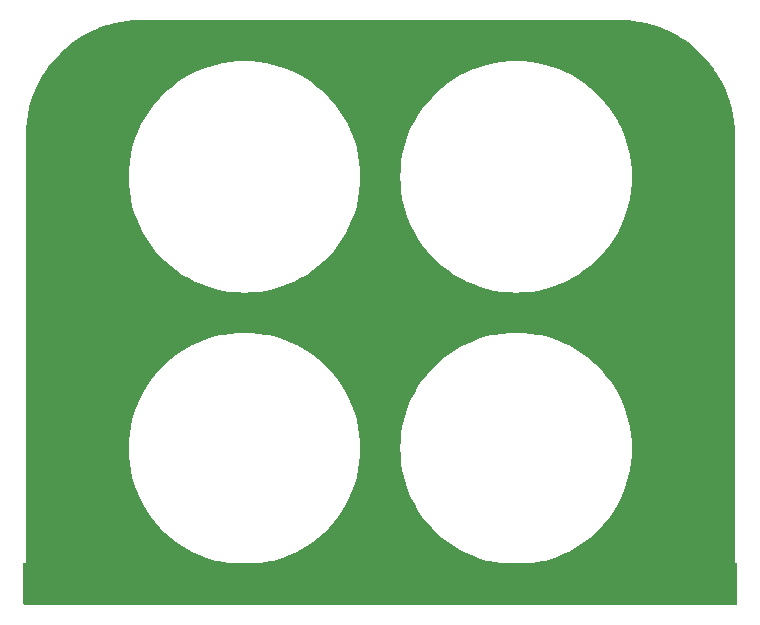
<source format=gbr>
%TF.GenerationSoftware,KiCad,Pcbnew,6.0.4-6f826c9f35~116~ubuntu20.04.1*%
%TF.CreationDate,2022-07-25T09:59:28+00:00*%
%TF.ProjectId,4XLTO1865V02A,34584c54-4f31-4383-9635-563032412e6b,rev?*%
%TF.SameCoordinates,Original*%
%TF.FileFunction,Copper,L2,Bot*%
%TF.FilePolarity,Positive*%
%FSLAX46Y46*%
G04 Gerber Fmt 4.6, Leading zero omitted, Abs format (unit mm)*
G04 Created by KiCad (PCBNEW 6.0.4-6f826c9f35~116~ubuntu20.04.1) date 2022-07-25 09:59:28*
%MOMM*%
%LPD*%
G01*
G04 APERTURE LIST*
%TA.AperFunction,ComponentPad*%
%ADD10R,1.524000X1.524000*%
%TD*%
%TA.AperFunction,ViaPad*%
%ADD11C,0.900000*%
%TD*%
G04 APERTURE END LIST*
D10*
%TO.P,J2,1*%
%TO.N,GND*%
X9810000Y4500000D03*
%TO.P,J2,2*%
X7270000Y4500000D03*
%TO.P,J2,3*%
X4730000Y4500000D03*
%TO.P,J2,4*%
X2190000Y4500000D03*
%TD*%
%TO.P,J3,1*%
%TO.N,GND*%
X58770000Y4500000D03*
%TO.P,J3,2*%
X56230000Y4500000D03*
%TO.P,J3,3*%
X53690000Y4500000D03*
%TO.P,J3,4*%
X51150000Y4500000D03*
%TD*%
D11*
%TO.N,GND*%
X55626000Y1778000D03*
X6604000Y1778000D03*
X59436000Y1778000D03*
X2794000Y1778000D03*
X10414000Y1778000D03*
X50546000Y1778000D03*
X56896000Y1778000D03*
X7874000Y1778000D03*
X9144000Y1778000D03*
X54356000Y1778000D03*
X4064000Y1778000D03*
X58166000Y1778000D03*
X5334000Y1778000D03*
X1524000Y1778000D03*
X53086000Y1778000D03*
X51816000Y1778000D03*
%TD*%
%TA.AperFunction,Conductor*%
%TO.N,GND*%
G36*
X920001Y3693331D02*
G01*
X920371Y3686510D01*
X925895Y3635648D01*
X929521Y3620396D01*
X974676Y3499946D01*
X983214Y3484351D01*
X1059715Y3382276D01*
X1072276Y3369715D01*
X1174351Y3293214D01*
X1189946Y3284676D01*
X1310394Y3239522D01*
X1325649Y3235895D01*
X1376514Y3230369D01*
X1383328Y3230000D01*
X1917885Y3230000D01*
X1933124Y3234475D01*
X1934329Y3235865D01*
X1936000Y3243548D01*
X1936000Y3810000D01*
X2444000Y3810000D01*
X2444000Y3248116D01*
X2448475Y3232877D01*
X2449865Y3231672D01*
X2457548Y3230001D01*
X2996669Y3230001D01*
X3003490Y3230371D01*
X3054352Y3235895D01*
X3069604Y3239521D01*
X3190054Y3284676D01*
X3205649Y3293214D01*
X3307724Y3369715D01*
X3320284Y3382275D01*
X3359173Y3434165D01*
X3416032Y3476681D01*
X3486851Y3481707D01*
X3549144Y3447647D01*
X3560827Y3434165D01*
X3599716Y3382275D01*
X3612276Y3369715D01*
X3714351Y3293214D01*
X3729946Y3284676D01*
X3850394Y3239522D01*
X3865649Y3235895D01*
X3916514Y3230369D01*
X3923328Y3230000D01*
X4457885Y3230000D01*
X4473124Y3234475D01*
X4474329Y3235865D01*
X4476000Y3243548D01*
X4476000Y3810000D01*
X4984000Y3810000D01*
X4984000Y3248116D01*
X4988475Y3232877D01*
X4989865Y3231672D01*
X4997548Y3230001D01*
X5536669Y3230001D01*
X5543490Y3230371D01*
X5594352Y3235895D01*
X5609604Y3239521D01*
X5730054Y3284676D01*
X5745649Y3293214D01*
X5847724Y3369715D01*
X5860284Y3382275D01*
X5899173Y3434165D01*
X5956032Y3476681D01*
X6026851Y3481707D01*
X6089144Y3447647D01*
X6100827Y3434165D01*
X6139716Y3382275D01*
X6152276Y3369715D01*
X6254351Y3293214D01*
X6269946Y3284676D01*
X6390394Y3239522D01*
X6405649Y3235895D01*
X6456514Y3230369D01*
X6463328Y3230000D01*
X6997885Y3230000D01*
X7013124Y3234475D01*
X7014329Y3235865D01*
X7016000Y3243548D01*
X7016000Y3810000D01*
X7524000Y3810000D01*
X7524000Y3248116D01*
X7528475Y3232877D01*
X7529865Y3231672D01*
X7537548Y3230001D01*
X8076669Y3230001D01*
X8083490Y3230371D01*
X8134352Y3235895D01*
X8149604Y3239521D01*
X8270054Y3284676D01*
X8285649Y3293214D01*
X8387724Y3369715D01*
X8400284Y3382275D01*
X8439173Y3434165D01*
X8496032Y3476681D01*
X8566851Y3481707D01*
X8629144Y3447647D01*
X8640827Y3434165D01*
X8679716Y3382275D01*
X8692276Y3369715D01*
X8794351Y3293214D01*
X8809946Y3284676D01*
X8930394Y3239522D01*
X8945649Y3235895D01*
X8996514Y3230369D01*
X9003328Y3230000D01*
X9537885Y3230000D01*
X9553124Y3234475D01*
X9554329Y3235865D01*
X9556000Y3243548D01*
X9556000Y3810000D01*
X10064000Y3810000D01*
X10064000Y3248116D01*
X10068475Y3232877D01*
X10069865Y3231672D01*
X10077548Y3230001D01*
X10616669Y3230001D01*
X10623490Y3230371D01*
X10674352Y3235895D01*
X10689604Y3239521D01*
X10810054Y3284676D01*
X10825649Y3293214D01*
X10927724Y3369715D01*
X10940285Y3382276D01*
X11016786Y3484351D01*
X11025324Y3499946D01*
X11070478Y3620394D01*
X11074105Y3635649D01*
X11079631Y3686514D01*
X11080000Y3693328D01*
X11080000Y3810000D01*
X49880001Y3810000D01*
X49880001Y3693331D01*
X49880371Y3686510D01*
X49885895Y3635648D01*
X49889521Y3620396D01*
X49934676Y3499946D01*
X49943214Y3484351D01*
X50019715Y3382276D01*
X50032276Y3369715D01*
X50134351Y3293214D01*
X50149946Y3284676D01*
X50270394Y3239522D01*
X50285649Y3235895D01*
X50336514Y3230369D01*
X50343328Y3230000D01*
X50877885Y3230000D01*
X50893124Y3234475D01*
X50894329Y3235865D01*
X50896000Y3243548D01*
X50896000Y3810000D01*
X51404000Y3810000D01*
X51404000Y3248116D01*
X51408475Y3232877D01*
X51409865Y3231672D01*
X51417548Y3230001D01*
X51956669Y3230001D01*
X51963490Y3230371D01*
X52014352Y3235895D01*
X52029604Y3239521D01*
X52150054Y3284676D01*
X52165649Y3293214D01*
X52267724Y3369715D01*
X52280284Y3382275D01*
X52319173Y3434165D01*
X52376032Y3476681D01*
X52446851Y3481707D01*
X52509144Y3447647D01*
X52520827Y3434165D01*
X52559716Y3382275D01*
X52572276Y3369715D01*
X52674351Y3293214D01*
X52689946Y3284676D01*
X52810394Y3239522D01*
X52825649Y3235895D01*
X52876514Y3230369D01*
X52883328Y3230000D01*
X53417885Y3230000D01*
X53433124Y3234475D01*
X53434329Y3235865D01*
X53436000Y3243548D01*
X53436000Y3810000D01*
X53944000Y3810000D01*
X53944000Y3248116D01*
X53948475Y3232877D01*
X53949865Y3231672D01*
X53957548Y3230001D01*
X54496669Y3230001D01*
X54503490Y3230371D01*
X54554352Y3235895D01*
X54569604Y3239521D01*
X54690054Y3284676D01*
X54705649Y3293214D01*
X54807724Y3369715D01*
X54820284Y3382275D01*
X54859173Y3434165D01*
X54916032Y3476681D01*
X54986851Y3481707D01*
X55049144Y3447647D01*
X55060827Y3434165D01*
X55099716Y3382275D01*
X55112276Y3369715D01*
X55214351Y3293214D01*
X55229946Y3284676D01*
X55350394Y3239522D01*
X55365649Y3235895D01*
X55416514Y3230369D01*
X55423328Y3230000D01*
X55957885Y3230000D01*
X55973124Y3234475D01*
X55974329Y3235865D01*
X55976000Y3243548D01*
X55976000Y3810000D01*
X56484000Y3810000D01*
X56484000Y3248116D01*
X56488475Y3232877D01*
X56489865Y3231672D01*
X56497548Y3230001D01*
X57036669Y3230001D01*
X57043490Y3230371D01*
X57094352Y3235895D01*
X57109604Y3239521D01*
X57230054Y3284676D01*
X57245649Y3293214D01*
X57347724Y3369715D01*
X57360284Y3382275D01*
X57399173Y3434165D01*
X57456032Y3476681D01*
X57526851Y3481707D01*
X57589144Y3447647D01*
X57600827Y3434165D01*
X57639716Y3382275D01*
X57652276Y3369715D01*
X57754351Y3293214D01*
X57769946Y3284676D01*
X57890394Y3239522D01*
X57905649Y3235895D01*
X57956514Y3230369D01*
X57963328Y3230000D01*
X58497885Y3230000D01*
X58513124Y3234475D01*
X58514329Y3235865D01*
X58516000Y3243548D01*
X58516000Y3810000D01*
X59024000Y3810000D01*
X59024000Y3248116D01*
X59028475Y3232877D01*
X59029865Y3231672D01*
X59037548Y3230001D01*
X59576669Y3230001D01*
X59583490Y3230371D01*
X59634352Y3235895D01*
X59649604Y3239521D01*
X59770054Y3284676D01*
X59785649Y3293214D01*
X59887724Y3369715D01*
X59900285Y3382276D01*
X59976786Y3484351D01*
X59985324Y3499946D01*
X60030478Y3620394D01*
X60034105Y3635649D01*
X60039631Y3686514D01*
X60040000Y3693328D01*
X60040000Y3810000D01*
X60696000Y3810000D01*
X60696000Y390000D01*
X60675998Y321879D01*
X60622342Y275386D01*
X60570000Y264000D01*
X390000Y264000D01*
X321879Y284002D01*
X275386Y337658D01*
X264000Y390000D01*
X264000Y3810000D01*
X920001Y3810000D01*
X920001Y3693331D01*
G37*
%TD.AperFunction*%
%TD*%
%TA.AperFunction,Conductor*%
%TO.N,GND*%
G36*
X50686182Y49798047D02*
G01*
X50691813Y49798037D01*
X50705642Y49794857D01*
X50719481Y49797989D01*
X50731855Y49797967D01*
X50741736Y49798920D01*
X51114098Y49787668D01*
X51293919Y49782235D01*
X51301501Y49781775D01*
X51592485Y49755333D01*
X51883461Y49728892D01*
X51891017Y49727975D01*
X52468738Y49640047D01*
X52476224Y49638675D01*
X53047580Y49516027D01*
X53054970Y49514205D01*
X53232869Y49464612D01*
X53617871Y49357285D01*
X53625106Y49355031D01*
X54177546Y49164395D01*
X54184636Y49161706D01*
X54478275Y49040077D01*
X54724530Y48938075D01*
X54731471Y48934951D01*
X55256865Y48679135D01*
X55263604Y48675598D01*
X55772596Y48388526D01*
X55779109Y48384589D01*
X55972448Y48259586D01*
X56269840Y48067308D01*
X56276093Y48062992D01*
X56746782Y47716652D01*
X56752773Y47711958D01*
X57201676Y47337844D01*
X57207373Y47332797D01*
X57409402Y47142620D01*
X57632885Y46932247D01*
X57638247Y46926885D01*
X57788810Y46766939D01*
X58038797Y46501373D01*
X58043844Y46495676D01*
X58417958Y46046773D01*
X58422649Y46040786D01*
X58734015Y45617628D01*
X58768992Y45570093D01*
X58773308Y45563840D01*
X58897715Y45371423D01*
X59090589Y45073109D01*
X59094526Y45066596D01*
X59381598Y44557604D01*
X59385135Y44550865D01*
X59640951Y44025471D01*
X59644075Y44018530D01*
X59809723Y43618621D01*
X59867701Y43478649D01*
X59870395Y43471546D01*
X60061031Y42919106D01*
X60063285Y42911871D01*
X60108769Y42748712D01*
X60220205Y42348970D01*
X60222027Y42341580D01*
X60344675Y41770224D01*
X60346047Y41762738D01*
X60433975Y41185017D01*
X60434892Y41177461D01*
X60487775Y40595508D01*
X60488235Y40587919D01*
X60504903Y40036305D01*
X60504061Y40027737D01*
X60504037Y40014188D01*
X60500857Y40000358D01*
X60503989Y39986518D01*
X60503980Y39981628D01*
X60506000Y39963552D01*
X60506000Y580000D01*
X60485998Y511879D01*
X60432342Y465386D01*
X60380000Y454000D01*
X580000Y454000D01*
X511879Y474002D01*
X465386Y527658D01*
X454000Y580000D01*
X454000Y13500000D01*
X9174462Y13500000D01*
X9193811Y12884305D01*
X9251782Y12271040D01*
X9348145Y11662625D01*
X9482521Y11061462D01*
X9654379Y10469922D01*
X9655042Y10468081D01*
X9655047Y10468065D01*
X9862372Y9892199D01*
X9863041Y9890341D01*
X10107684Y9325005D01*
X10387342Y8776146D01*
X10700910Y8245930D01*
X11047153Y7736449D01*
X11424703Y7249715D01*
X11832070Y6787647D01*
X12267647Y6352070D01*
X12729715Y5944703D01*
X13216449Y5567153D01*
X13725930Y5220910D01*
X14256146Y4907342D01*
X14257890Y4906453D01*
X14257898Y4906449D01*
X14530575Y4767513D01*
X14805005Y4627684D01*
X15370341Y4383041D01*
X15372197Y4382373D01*
X15372199Y4382372D01*
X15948065Y4175047D01*
X15948081Y4175042D01*
X15949922Y4174379D01*
X15951804Y4173832D01*
X15951817Y4173828D01*
X16539555Y4003075D01*
X16541462Y4002521D01*
X16543382Y4002092D01*
X16543393Y4002089D01*
X16842043Y3935333D01*
X17142625Y3868145D01*
X17144581Y3867835D01*
X17144582Y3867835D01*
X17749081Y3772092D01*
X17749090Y3772091D01*
X17751040Y3771782D01*
X17753009Y3771596D01*
X17753016Y3771595D01*
X18362354Y3713995D01*
X18362367Y3713994D01*
X18364305Y3713811D01*
X18366250Y3713750D01*
X18366264Y3713749D01*
X18637610Y3705222D01*
X18819688Y3699500D01*
X19140312Y3699500D01*
X19322390Y3705222D01*
X19593736Y3713749D01*
X19593750Y3713750D01*
X19595695Y3713811D01*
X19597633Y3713994D01*
X19597646Y3713995D01*
X20206984Y3771595D01*
X20206991Y3771596D01*
X20208960Y3771782D01*
X20210910Y3772091D01*
X20210919Y3772092D01*
X20815418Y3867835D01*
X20815419Y3867835D01*
X20817375Y3868145D01*
X21117957Y3935333D01*
X21416607Y4002089D01*
X21416618Y4002092D01*
X21418538Y4002521D01*
X21420445Y4003075D01*
X22008183Y4173828D01*
X22008196Y4173832D01*
X22010078Y4174379D01*
X22011919Y4175042D01*
X22011935Y4175047D01*
X22587801Y4382372D01*
X22587803Y4382373D01*
X22589659Y4383041D01*
X23154995Y4627684D01*
X23429425Y4767513D01*
X23702102Y4906449D01*
X23702110Y4906453D01*
X23703854Y4907342D01*
X24234070Y5220910D01*
X24743551Y5567153D01*
X25230285Y5944703D01*
X25692353Y6352070D01*
X26127930Y6787647D01*
X26535297Y7249715D01*
X26912847Y7736449D01*
X27259090Y8245930D01*
X27572658Y8776146D01*
X27852316Y9325005D01*
X28096959Y9890341D01*
X28097628Y9892199D01*
X28304953Y10468065D01*
X28304958Y10468081D01*
X28305621Y10469922D01*
X28477479Y11061462D01*
X28611855Y11662625D01*
X28708218Y12271040D01*
X28766189Y12884305D01*
X28785538Y13500000D01*
X32174462Y13500000D01*
X32193811Y12884305D01*
X32251782Y12271040D01*
X32348145Y11662625D01*
X32482521Y11061462D01*
X32654379Y10469922D01*
X32655042Y10468081D01*
X32655047Y10468065D01*
X32862372Y9892199D01*
X32863041Y9890341D01*
X33107684Y9325005D01*
X33387342Y8776146D01*
X33700910Y8245930D01*
X34047153Y7736449D01*
X34424703Y7249715D01*
X34832070Y6787647D01*
X35267647Y6352070D01*
X35729715Y5944703D01*
X36216449Y5567153D01*
X36725930Y5220910D01*
X37256146Y4907342D01*
X37257890Y4906453D01*
X37257898Y4906449D01*
X37530575Y4767513D01*
X37805005Y4627684D01*
X38370341Y4383041D01*
X38372197Y4382373D01*
X38372199Y4382372D01*
X38948065Y4175047D01*
X38948081Y4175042D01*
X38949922Y4174379D01*
X38951804Y4173832D01*
X38951817Y4173828D01*
X39539555Y4003075D01*
X39541462Y4002521D01*
X39543382Y4002092D01*
X39543393Y4002089D01*
X39842043Y3935333D01*
X40142625Y3868145D01*
X40144581Y3867835D01*
X40144582Y3867835D01*
X40749081Y3772092D01*
X40749090Y3772091D01*
X40751040Y3771782D01*
X40753009Y3771596D01*
X40753016Y3771595D01*
X41362354Y3713995D01*
X41362367Y3713994D01*
X41364305Y3713811D01*
X41366250Y3713750D01*
X41366264Y3713749D01*
X41637610Y3705222D01*
X41819688Y3699500D01*
X42140312Y3699500D01*
X42322390Y3705222D01*
X42593736Y3713749D01*
X42593750Y3713750D01*
X42595695Y3713811D01*
X42597633Y3713994D01*
X42597646Y3713995D01*
X43206984Y3771595D01*
X43206991Y3771596D01*
X43208960Y3771782D01*
X43210910Y3772091D01*
X43210919Y3772092D01*
X43815418Y3867835D01*
X43815419Y3867835D01*
X43817375Y3868145D01*
X44117957Y3935333D01*
X44416607Y4002089D01*
X44416618Y4002092D01*
X44418538Y4002521D01*
X44420445Y4003075D01*
X45008183Y4173828D01*
X45008196Y4173832D01*
X45010078Y4174379D01*
X45011919Y4175042D01*
X45011935Y4175047D01*
X45587801Y4382372D01*
X45587803Y4382373D01*
X45589659Y4383041D01*
X46154995Y4627684D01*
X46429425Y4767513D01*
X46702102Y4906449D01*
X46702110Y4906453D01*
X46703854Y4907342D01*
X47234070Y5220910D01*
X47743551Y5567153D01*
X48230285Y5944703D01*
X48692353Y6352070D01*
X49127930Y6787647D01*
X49535297Y7249715D01*
X49912847Y7736449D01*
X50259090Y8245930D01*
X50572658Y8776146D01*
X50852316Y9325005D01*
X51096959Y9890341D01*
X51097628Y9892199D01*
X51304953Y10468065D01*
X51304958Y10468081D01*
X51305621Y10469922D01*
X51477479Y11061462D01*
X51611855Y11662625D01*
X51708218Y12271040D01*
X51766189Y12884305D01*
X51785538Y13500000D01*
X51766189Y14115695D01*
X51708218Y14728960D01*
X51611855Y15337375D01*
X51477479Y15938538D01*
X51305621Y16530078D01*
X51304958Y16531919D01*
X51304953Y16531935D01*
X51097628Y17107801D01*
X51097627Y17107803D01*
X51096959Y17109659D01*
X50852316Y17674995D01*
X50572658Y18223854D01*
X50259090Y18754070D01*
X49912847Y19263551D01*
X49535297Y19750285D01*
X49127930Y20212353D01*
X48692353Y20647930D01*
X48230285Y21055297D01*
X47743551Y21432847D01*
X47234070Y21779090D01*
X46703854Y22092658D01*
X46702110Y22093547D01*
X46702102Y22093551D01*
X46429425Y22232487D01*
X46154995Y22372316D01*
X45589659Y22616959D01*
X45587801Y22617628D01*
X45011935Y22824953D01*
X45011919Y22824958D01*
X45010078Y22825621D01*
X45008196Y22826168D01*
X45008183Y22826172D01*
X44420445Y22996925D01*
X44420444Y22996925D01*
X44418538Y22997479D01*
X44416618Y22997908D01*
X44416607Y22997911D01*
X44117957Y23064667D01*
X43817375Y23131855D01*
X43815418Y23132165D01*
X43210919Y23227908D01*
X43210910Y23227909D01*
X43208960Y23228218D01*
X43206991Y23228404D01*
X43206984Y23228405D01*
X42597646Y23286005D01*
X42597633Y23286006D01*
X42595695Y23286189D01*
X42593750Y23286250D01*
X42593736Y23286251D01*
X42322390Y23294778D01*
X42140312Y23300500D01*
X41819688Y23300500D01*
X41637610Y23294778D01*
X41366264Y23286251D01*
X41366250Y23286250D01*
X41364305Y23286189D01*
X41362367Y23286006D01*
X41362354Y23286005D01*
X40753016Y23228405D01*
X40753009Y23228404D01*
X40751040Y23228218D01*
X40749090Y23227909D01*
X40749081Y23227908D01*
X40144582Y23132165D01*
X40142625Y23131855D01*
X39842043Y23064667D01*
X39543393Y22997911D01*
X39543382Y22997908D01*
X39541462Y22997479D01*
X39539556Y22996925D01*
X39539555Y22996925D01*
X38951817Y22826172D01*
X38951804Y22826168D01*
X38949922Y22825621D01*
X38948081Y22824958D01*
X38948065Y22824953D01*
X38372199Y22617628D01*
X38370341Y22616959D01*
X37805005Y22372316D01*
X37530575Y22232487D01*
X37257898Y22093551D01*
X37257890Y22093547D01*
X37256146Y22092658D01*
X36725930Y21779090D01*
X36216449Y21432847D01*
X35729715Y21055297D01*
X35267647Y20647930D01*
X34832070Y20212353D01*
X34424703Y19750285D01*
X34047153Y19263551D01*
X33700910Y18754070D01*
X33387342Y18223854D01*
X33107684Y17674995D01*
X32863041Y17109659D01*
X32862373Y17107803D01*
X32862372Y17107801D01*
X32655047Y16531935D01*
X32655042Y16531919D01*
X32654379Y16530078D01*
X32482521Y15938538D01*
X32348145Y15337375D01*
X32251782Y14728960D01*
X32193811Y14115695D01*
X32174462Y13500000D01*
X28785538Y13500000D01*
X28766189Y14115695D01*
X28708218Y14728960D01*
X28611855Y15337375D01*
X28477479Y15938538D01*
X28305621Y16530078D01*
X28304958Y16531919D01*
X28304953Y16531935D01*
X28097628Y17107801D01*
X28097627Y17107803D01*
X28096959Y17109659D01*
X27852316Y17674995D01*
X27572658Y18223854D01*
X27259090Y18754070D01*
X26912847Y19263551D01*
X26535297Y19750285D01*
X26127930Y20212353D01*
X25692353Y20647930D01*
X25230285Y21055297D01*
X24743551Y21432847D01*
X24234070Y21779090D01*
X23703854Y22092658D01*
X23702110Y22093547D01*
X23702102Y22093551D01*
X23429425Y22232487D01*
X23154995Y22372316D01*
X22589659Y22616959D01*
X22587801Y22617628D01*
X22011935Y22824953D01*
X22011919Y22824958D01*
X22010078Y22825621D01*
X22008196Y22826168D01*
X22008183Y22826172D01*
X21420445Y22996925D01*
X21420444Y22996925D01*
X21418538Y22997479D01*
X21416618Y22997908D01*
X21416607Y22997911D01*
X21117957Y23064667D01*
X20817375Y23131855D01*
X20815418Y23132165D01*
X20210919Y23227908D01*
X20210910Y23227909D01*
X20208960Y23228218D01*
X20206991Y23228404D01*
X20206984Y23228405D01*
X19597646Y23286005D01*
X19597633Y23286006D01*
X19595695Y23286189D01*
X19593750Y23286250D01*
X19593736Y23286251D01*
X19322390Y23294778D01*
X19140312Y23300500D01*
X18819688Y23300500D01*
X18637610Y23294778D01*
X18366264Y23286251D01*
X18366250Y23286250D01*
X18364305Y23286189D01*
X18362367Y23286006D01*
X18362354Y23286005D01*
X17753016Y23228405D01*
X17753009Y23228404D01*
X17751040Y23228218D01*
X17749090Y23227909D01*
X17749081Y23227908D01*
X17144582Y23132165D01*
X17142625Y23131855D01*
X16842043Y23064667D01*
X16543393Y22997911D01*
X16543382Y22997908D01*
X16541462Y22997479D01*
X16539556Y22996925D01*
X16539555Y22996925D01*
X15951817Y22826172D01*
X15951804Y22826168D01*
X15949922Y22825621D01*
X15948081Y22824958D01*
X15948065Y22824953D01*
X15372199Y22617628D01*
X15370341Y22616959D01*
X14805005Y22372316D01*
X14530575Y22232487D01*
X14257898Y22093551D01*
X14257890Y22093547D01*
X14256146Y22092658D01*
X13725930Y21779090D01*
X13216449Y21432847D01*
X12729715Y21055297D01*
X12267647Y20647930D01*
X11832070Y20212353D01*
X11424703Y19750285D01*
X11047153Y19263551D01*
X10700910Y18754070D01*
X10387342Y18223854D01*
X10107684Y17674995D01*
X9863041Y17109659D01*
X9862373Y17107803D01*
X9862372Y17107801D01*
X9655047Y16531935D01*
X9655042Y16531919D01*
X9654379Y16530078D01*
X9482521Y15938538D01*
X9348145Y15337375D01*
X9251782Y14728960D01*
X9193811Y14115695D01*
X9174462Y13500000D01*
X454000Y13500000D01*
X454000Y36500000D01*
X9174462Y36500000D01*
X9193811Y35884305D01*
X9251782Y35271040D01*
X9348145Y34662625D01*
X9482521Y34061462D01*
X9654379Y33469922D01*
X9655042Y33468081D01*
X9655047Y33468065D01*
X9862372Y32892199D01*
X9863041Y32890341D01*
X10107684Y32325005D01*
X10387342Y31776146D01*
X10700910Y31245930D01*
X11047153Y30736449D01*
X11424703Y30249715D01*
X11832070Y29787647D01*
X12267647Y29352070D01*
X12729715Y28944703D01*
X13216449Y28567153D01*
X13725930Y28220910D01*
X14256146Y27907342D01*
X14257890Y27906453D01*
X14257898Y27906449D01*
X14530576Y27767513D01*
X14805005Y27627684D01*
X15370341Y27383041D01*
X15372197Y27382373D01*
X15372199Y27382372D01*
X15948065Y27175047D01*
X15948081Y27175042D01*
X15949922Y27174379D01*
X15951804Y27173832D01*
X15951817Y27173828D01*
X16539555Y27003075D01*
X16541462Y27002521D01*
X16543382Y27002092D01*
X16543393Y27002089D01*
X16842044Y26935333D01*
X17142625Y26868145D01*
X17144581Y26867835D01*
X17144582Y26867835D01*
X17749081Y26772092D01*
X17749090Y26772091D01*
X17751040Y26771782D01*
X17753009Y26771596D01*
X17753016Y26771595D01*
X18362354Y26713995D01*
X18362367Y26713994D01*
X18364305Y26713811D01*
X18366250Y26713750D01*
X18366264Y26713749D01*
X18637610Y26705222D01*
X18819688Y26699500D01*
X19140312Y26699500D01*
X19322390Y26705222D01*
X19593736Y26713749D01*
X19593750Y26713750D01*
X19595695Y26713811D01*
X19597633Y26713994D01*
X19597646Y26713995D01*
X20206984Y26771595D01*
X20206991Y26771596D01*
X20208960Y26771782D01*
X20210910Y26772091D01*
X20210919Y26772092D01*
X20815418Y26867835D01*
X20815419Y26867835D01*
X20817375Y26868145D01*
X21117956Y26935333D01*
X21416607Y27002089D01*
X21416618Y27002092D01*
X21418538Y27002521D01*
X21420445Y27003075D01*
X22008183Y27173828D01*
X22008196Y27173832D01*
X22010078Y27174379D01*
X22011919Y27175042D01*
X22011935Y27175047D01*
X22587801Y27382372D01*
X22587803Y27382373D01*
X22589659Y27383041D01*
X23154995Y27627684D01*
X23429424Y27767513D01*
X23702102Y27906449D01*
X23702110Y27906453D01*
X23703854Y27907342D01*
X24234070Y28220910D01*
X24743551Y28567153D01*
X25230285Y28944703D01*
X25692353Y29352070D01*
X26127930Y29787647D01*
X26535297Y30249715D01*
X26912847Y30736449D01*
X27259090Y31245930D01*
X27572658Y31776146D01*
X27852316Y32325005D01*
X28096959Y32890341D01*
X28097628Y32892199D01*
X28304953Y33468065D01*
X28304958Y33468081D01*
X28305621Y33469922D01*
X28477479Y34061462D01*
X28611855Y34662625D01*
X28708218Y35271040D01*
X28766189Y35884305D01*
X28785538Y36500000D01*
X32174462Y36500000D01*
X32193811Y35884305D01*
X32251782Y35271040D01*
X32348145Y34662625D01*
X32482521Y34061462D01*
X32654379Y33469922D01*
X32655042Y33468081D01*
X32655047Y33468065D01*
X32862372Y32892199D01*
X32863041Y32890341D01*
X33107684Y32325005D01*
X33387342Y31776146D01*
X33700910Y31245930D01*
X34047153Y30736449D01*
X34424703Y30249715D01*
X34832070Y29787647D01*
X35267647Y29352070D01*
X35729715Y28944703D01*
X36216449Y28567153D01*
X36725930Y28220910D01*
X37256146Y27907342D01*
X37257890Y27906453D01*
X37257898Y27906449D01*
X37530576Y27767513D01*
X37805005Y27627684D01*
X38370341Y27383041D01*
X38372197Y27382373D01*
X38372199Y27382372D01*
X38948065Y27175047D01*
X38948081Y27175042D01*
X38949922Y27174379D01*
X38951804Y27173832D01*
X38951817Y27173828D01*
X39539555Y27003075D01*
X39541462Y27002521D01*
X39543382Y27002092D01*
X39543393Y27002089D01*
X39842044Y26935333D01*
X40142625Y26868145D01*
X40144581Y26867835D01*
X40144582Y26867835D01*
X40749081Y26772092D01*
X40749090Y26772091D01*
X40751040Y26771782D01*
X40753009Y26771596D01*
X40753016Y26771595D01*
X41362354Y26713995D01*
X41362367Y26713994D01*
X41364305Y26713811D01*
X41366250Y26713750D01*
X41366264Y26713749D01*
X41637610Y26705222D01*
X41819688Y26699500D01*
X42140312Y26699500D01*
X42322390Y26705222D01*
X42593736Y26713749D01*
X42593750Y26713750D01*
X42595695Y26713811D01*
X42597633Y26713994D01*
X42597646Y26713995D01*
X43206984Y26771595D01*
X43206991Y26771596D01*
X43208960Y26771782D01*
X43210910Y26772091D01*
X43210919Y26772092D01*
X43815418Y26867835D01*
X43815419Y26867835D01*
X43817375Y26868145D01*
X44117956Y26935333D01*
X44416607Y27002089D01*
X44416618Y27002092D01*
X44418538Y27002521D01*
X44420445Y27003075D01*
X45008183Y27173828D01*
X45008196Y27173832D01*
X45010078Y27174379D01*
X45011919Y27175042D01*
X45011935Y27175047D01*
X45587801Y27382372D01*
X45587803Y27382373D01*
X45589659Y27383041D01*
X46154995Y27627684D01*
X46429424Y27767513D01*
X46702102Y27906449D01*
X46702110Y27906453D01*
X46703854Y27907342D01*
X47234070Y28220910D01*
X47743551Y28567153D01*
X48230285Y28944703D01*
X48692353Y29352070D01*
X49127930Y29787647D01*
X49535297Y30249715D01*
X49912847Y30736449D01*
X50259090Y31245930D01*
X50572658Y31776146D01*
X50852316Y32325005D01*
X51096959Y32890341D01*
X51097628Y32892199D01*
X51304953Y33468065D01*
X51304958Y33468081D01*
X51305621Y33469922D01*
X51477479Y34061462D01*
X51611855Y34662625D01*
X51708218Y35271040D01*
X51766189Y35884305D01*
X51785538Y36500000D01*
X51766189Y37115695D01*
X51708218Y37728960D01*
X51611855Y38337375D01*
X51477479Y38938538D01*
X51305621Y39530078D01*
X51304958Y39531919D01*
X51304953Y39531935D01*
X51097628Y40107801D01*
X51097627Y40107803D01*
X51096959Y40109659D01*
X50852316Y40674995D01*
X50712487Y40949424D01*
X50573551Y41222102D01*
X50573547Y41222110D01*
X50572658Y41223854D01*
X50259090Y41754070D01*
X49912847Y42263551D01*
X49535297Y42750285D01*
X49127930Y43212353D01*
X48692353Y43647930D01*
X48230285Y44055297D01*
X47743551Y44432847D01*
X47234070Y44779090D01*
X46703854Y45092658D01*
X46702110Y45093547D01*
X46702102Y45093551D01*
X46337637Y45279255D01*
X46154995Y45372316D01*
X46153188Y45373098D01*
X45591471Y45616175D01*
X45591468Y45616176D01*
X45589659Y45616959D01*
X45587801Y45617628D01*
X45011935Y45824953D01*
X45011919Y45824958D01*
X45010078Y45825621D01*
X45008196Y45826168D01*
X45008183Y45826172D01*
X44420445Y45996925D01*
X44420444Y45996925D01*
X44418538Y45997479D01*
X44416618Y45997908D01*
X44416607Y45997911D01*
X44117956Y46064667D01*
X43817375Y46131855D01*
X43815418Y46132165D01*
X43210919Y46227908D01*
X43210910Y46227909D01*
X43208960Y46228218D01*
X43206991Y46228404D01*
X43206984Y46228405D01*
X42597646Y46286005D01*
X42597633Y46286006D01*
X42595695Y46286189D01*
X42593750Y46286250D01*
X42593736Y46286251D01*
X42322390Y46294778D01*
X42140312Y46300500D01*
X41819688Y46300500D01*
X41637610Y46294778D01*
X41366264Y46286251D01*
X41366250Y46286250D01*
X41364305Y46286189D01*
X41362367Y46286006D01*
X41362354Y46286005D01*
X40753016Y46228405D01*
X40753009Y46228404D01*
X40751040Y46228218D01*
X40749090Y46227909D01*
X40749081Y46227908D01*
X40144582Y46132165D01*
X40142625Y46131855D01*
X39842044Y46064667D01*
X39543393Y45997911D01*
X39543382Y45997908D01*
X39541462Y45997479D01*
X39539556Y45996925D01*
X39539555Y45996925D01*
X38951817Y45826172D01*
X38951804Y45826168D01*
X38949922Y45825621D01*
X38948081Y45824958D01*
X38948065Y45824953D01*
X38372199Y45617628D01*
X38370341Y45616959D01*
X38368532Y45616176D01*
X38368529Y45616175D01*
X37806812Y45373098D01*
X37805005Y45372316D01*
X37622363Y45279255D01*
X37257898Y45093551D01*
X37257890Y45093547D01*
X37256146Y45092658D01*
X36725930Y44779090D01*
X36216449Y44432847D01*
X35729715Y44055297D01*
X35267647Y43647930D01*
X34832070Y43212353D01*
X34424703Y42750285D01*
X34047153Y42263551D01*
X33700910Y41754070D01*
X33387342Y41223854D01*
X33386453Y41222110D01*
X33386449Y41222102D01*
X33247513Y40949424D01*
X33107684Y40674995D01*
X32863041Y40109659D01*
X32862373Y40107803D01*
X32862372Y40107801D01*
X32655047Y39531935D01*
X32655042Y39531919D01*
X32654379Y39530078D01*
X32482521Y38938538D01*
X32348145Y38337375D01*
X32251782Y37728960D01*
X32193811Y37115695D01*
X32174462Y36500000D01*
X28785538Y36500000D01*
X28766189Y37115695D01*
X28708218Y37728960D01*
X28611855Y38337375D01*
X28477479Y38938538D01*
X28305621Y39530078D01*
X28304958Y39531919D01*
X28304953Y39531935D01*
X28097628Y40107801D01*
X28097627Y40107803D01*
X28096959Y40109659D01*
X27852316Y40674995D01*
X27712487Y40949424D01*
X27573551Y41222102D01*
X27573547Y41222110D01*
X27572658Y41223854D01*
X27259090Y41754070D01*
X26912847Y42263551D01*
X26535297Y42750285D01*
X26127930Y43212353D01*
X25692353Y43647930D01*
X25230285Y44055297D01*
X24743551Y44432847D01*
X24234070Y44779090D01*
X23703854Y45092658D01*
X23702110Y45093547D01*
X23702102Y45093551D01*
X23337637Y45279255D01*
X23154995Y45372316D01*
X23153188Y45373098D01*
X22591471Y45616175D01*
X22591468Y45616176D01*
X22589659Y45616959D01*
X22587801Y45617628D01*
X22011935Y45824953D01*
X22011919Y45824958D01*
X22010078Y45825621D01*
X22008196Y45826168D01*
X22008183Y45826172D01*
X21420445Y45996925D01*
X21420444Y45996925D01*
X21418538Y45997479D01*
X21416618Y45997908D01*
X21416607Y45997911D01*
X21117956Y46064667D01*
X20817375Y46131855D01*
X20815418Y46132165D01*
X20210919Y46227908D01*
X20210910Y46227909D01*
X20208960Y46228218D01*
X20206991Y46228404D01*
X20206984Y46228405D01*
X19597646Y46286005D01*
X19597633Y46286006D01*
X19595695Y46286189D01*
X19593750Y46286250D01*
X19593736Y46286251D01*
X19322390Y46294778D01*
X19140312Y46300500D01*
X18819688Y46300500D01*
X18637610Y46294778D01*
X18366264Y46286251D01*
X18366250Y46286250D01*
X18364305Y46286189D01*
X18362367Y46286006D01*
X18362354Y46286005D01*
X17753016Y46228405D01*
X17753009Y46228404D01*
X17751040Y46228218D01*
X17749090Y46227909D01*
X17749081Y46227908D01*
X17144582Y46132165D01*
X17142625Y46131855D01*
X16842044Y46064667D01*
X16543393Y45997911D01*
X16543382Y45997908D01*
X16541462Y45997479D01*
X16539556Y45996925D01*
X16539555Y45996925D01*
X15951817Y45826172D01*
X15951804Y45826168D01*
X15949922Y45825621D01*
X15948081Y45824958D01*
X15948065Y45824953D01*
X15372199Y45617628D01*
X15370341Y45616959D01*
X15368532Y45616176D01*
X15368529Y45616175D01*
X14806812Y45373098D01*
X14805005Y45372316D01*
X14622363Y45279255D01*
X14257898Y45093551D01*
X14257890Y45093547D01*
X14256146Y45092658D01*
X13725930Y44779090D01*
X13216449Y44432847D01*
X12729715Y44055297D01*
X12267647Y43647930D01*
X11832070Y43212353D01*
X11424703Y42750285D01*
X11047153Y42263551D01*
X10700910Y41754070D01*
X10387342Y41223854D01*
X10386453Y41222110D01*
X10386449Y41222102D01*
X10247513Y40949424D01*
X10107684Y40674995D01*
X9863041Y40109659D01*
X9862373Y40107803D01*
X9862372Y40107801D01*
X9655047Y39531935D01*
X9655042Y39531919D01*
X9654379Y39530078D01*
X9482521Y38938538D01*
X9348145Y38337375D01*
X9251782Y37728960D01*
X9193811Y37115695D01*
X9174462Y36500000D01*
X454000Y36500000D01*
X454000Y39962976D01*
X455953Y39980182D01*
X455963Y39985813D01*
X459143Y39999642D01*
X456011Y40013481D01*
X456033Y40025855D01*
X455080Y40035736D01*
X471765Y40587911D01*
X472225Y40595508D01*
X525108Y41177461D01*
X526025Y41185017D01*
X613953Y41762738D01*
X615325Y41770224D01*
X737973Y42341580D01*
X739795Y42348970D01*
X851231Y42748712D01*
X896715Y42911871D01*
X898969Y42919106D01*
X1089605Y43471546D01*
X1092299Y43478649D01*
X1150278Y43618621D01*
X1315925Y44018530D01*
X1319049Y44025471D01*
X1574865Y44550865D01*
X1578402Y44557604D01*
X1865474Y45066596D01*
X1869411Y45073109D01*
X2062285Y45371423D01*
X2186692Y45563840D01*
X2191008Y45570093D01*
X2225985Y45617628D01*
X2537351Y46040786D01*
X2542042Y46046773D01*
X2916156Y46495676D01*
X2921203Y46501373D01*
X3171190Y46766939D01*
X3321753Y46926885D01*
X3327115Y46932247D01*
X3550598Y47142620D01*
X3752627Y47332797D01*
X3758324Y47337844D01*
X4207227Y47711958D01*
X4213218Y47716652D01*
X4683907Y48062992D01*
X4690160Y48067308D01*
X4987552Y48259586D01*
X5180891Y48384589D01*
X5187404Y48388526D01*
X5696396Y48675598D01*
X5703135Y48679135D01*
X6228529Y48934951D01*
X6235470Y48938075D01*
X6481725Y49040077D01*
X6775364Y49161706D01*
X6782454Y49164395D01*
X7334894Y49355031D01*
X7342129Y49357285D01*
X7727131Y49464612D01*
X7905030Y49514205D01*
X7912420Y49516027D01*
X8483776Y49638675D01*
X8491262Y49640047D01*
X9068983Y49727975D01*
X9076539Y49728892D01*
X9367515Y49755333D01*
X9658499Y49781775D01*
X9666081Y49782235D01*
X10217696Y49798903D01*
X10226263Y49798061D01*
X10239812Y49798037D01*
X10253642Y49794857D01*
X10267482Y49797989D01*
X10272372Y49797980D01*
X10290448Y49800000D01*
X50668976Y49800000D01*
X50686182Y49798047D01*
G37*
%TD.AperFunction*%
%TD*%
M02*

</source>
